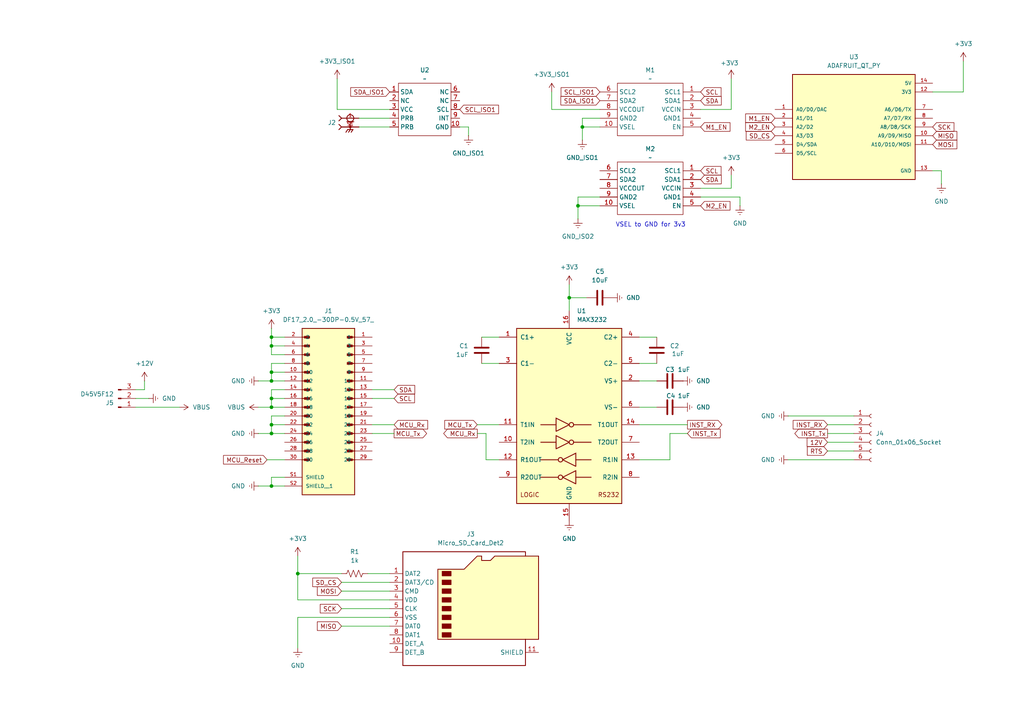
<source format=kicad_sch>
(kicad_sch (version 20250114) (generator "eeschema") (generator_version "9.0")
  (paper "A4")
  (lib_symbols
    (symbol "ADAFRUIT_QT_PY:ADAFRUIT_QT_PY" (pin_names (offset 1.016))
      (property "Reference" "U" (at -17.78 16.002 0))
      (property "Value" "ADAFRUIT_QT_PY" (at -17.78 -17.78 0))
      (symbol "ADAFRUIT_QT_PY_0_0"
        (rectangle (start -17.78 -15.24) (end 17.78 15.24) (stroke (width 0.254)) (fill (type background)))
        (pin bidirectional line (at -22.86 5.08 0) (length 5.08) (name "A0/D0/DAC") (number "1"))
        (pin bidirectional line (at -22.86 2.54 0) (length 5.08) (name "A1/D1") (number "2"))
        (pin bidirectional line (at -22.86 0 0) (length 5.08) (name "A2/D2") (number "3"))
        (pin bidirectional line (at -22.86 -2.54 0) (length 5.08) (name "A3/D3") (number "4"))
        (pin bidirectional line (at -22.86 -5.08 0) (length 5.08) (name "D4/SDA") (number "5"))
        (pin bidirectional line (at -22.86 -7.62 0) (length 5.08) (name "D5/SCL") (number "6"))
        (pin power_in line (at 22.86 12.7 180) (length 5.08) (name "5V") (number "14"))
        (pin power_in line (at 22.86 10.16 180) (length 5.08) (name "3V3") (number "12"))
        (pin bidirectional line (at 22.86 5.08 180) (length 5.08) (name "A6/D6/TX") (number "7"))
        (pin bidirectional line (at 22.86 2.54 180) (length 5.08) (name "A7/D7/RX") (number "8"))
        (pin bidirectional line (at 22.86 0 180) (length 5.08) (name "A8/D8/SCK") (number "9"))
        (pin bidirectional line (at 22.86 -2.54 180) (length 5.08) (name "A9/D9/MISO") (number "10"))
        (pin bidirectional line (at 22.86 -5.08 180) (length 5.08) (name "A10/D10/MOSI") (number "11"))
        (pin power_in line (at 22.86 -12.7 180) (length 5.08) (name "GND") (number "13"))
      )
    )
    (symbol "ATLAS:conductivity_OEM"
      (property "Reference" "U" (at -6.858 10.668 0))
      (symbol "conductivity_OEM_0_1"
        (rectangle (start -7.62 7.62) (end 7.62 -7.62))
      )
      (symbol "conductivity_OEM_1_1"
        (pin input line (at -10.16 5.08 0) (length 2.54) (name "SDA") (number "1"))
        (pin input line (at -10.16 2.54 0) (length 2.54) (name "NC") (number "2"))
        (pin input line (at -10.16 0 0) (length 2.54) (name "VCC") (number "3"))
        (pin input line (at -10.16 -2.54 0) (length 2.54) (name "PRB") (number "4"))
        (pin input line (at -10.16 -5.08 0) (length 2.54) (name "PRB") (number "5"))
        (pin input line (at 10.16 5.08 180) (length 2.54) (name "NC") (number "6"))
        (pin input line (at 10.16 2.54 180) (length 2.54) (name "NC") (number "7"))
        (pin input line (at 10.16 0 180) (length 2.54) (name "SCL") (number "8"))
        (pin input line (at 10.16 -2.54 180) (length 2.54) (name "INT") (number "9"))
        (pin input line (at 10.16 -5.08 180) (length 2.54) (name "GND") (number "10"))
      )
    )
    (symbol "Connector:Conn_01x03_Pin" (pin_names (offset 1.016) (hide yes))
      (property "Reference" "J" (at 0 5.08 0))
      (property "Value" "Conn_01x03_Pin" (at 0 -5.08 0))
      (symbol "Conn_01x03_Pin_1_1"
        (rectangle (start 0.8636 2.667) (end 0 2.413) (stroke (width 0.1524)) (fill (type outline)))
        (rectangle (start 0.8636 0.127) (end 0 -0.127) (stroke (width 0.1524)) (fill (type outline)))
        (rectangle (start 0.8636 -2.413) (end 0 -2.667) (stroke (width 0.1524)) (fill (type outline)))
        (polyline (pts (xy 1.27 2.54) (xy 0.8636 2.54)) (stroke (width 0.1524)))
        (polyline (pts (xy 1.27 0) (xy 0.8636 0)) (stroke (width 0.1524)))
        (polyline (pts (xy 1.27 -2.54) (xy 0.8636 -2.54)) (stroke (width 0.1524)))
        (pin passive line (at 5.08 2.54 180) (length 3.81) (name "Pin_1") (number "1"))
        (pin passive line (at 5.08 0 180) (length 3.81) (name "Pin_2") (number "2"))
        (pin passive line (at 5.08 -2.54 180) (length 3.81) (name "Pin_3") (number "3"))
      )
    )
    (symbol "Connector:Conn_01x06_Socket" (pin_names (offset 1.016) (hide yes))
      (property "Reference" "J" (at 0 7.62 0))
      (property "Value" "Conn_01x06_Socket" (at 0 -10.16 0))
      (symbol "Conn_01x06_Socket_1_1"
        (polyline (pts (xy -1.27 5.08) (xy -0.508 5.08)) (stroke (width 0.1524)))
        (polyline (pts (xy -1.27 2.54) (xy -0.508 2.54)) (stroke (width 0.1524)))
        (polyline (pts (xy -1.27 0) (xy -0.508 0)) (stroke (width 0.1524)))
        (polyline (pts (xy -1.27 -2.54) (xy -0.508 -2.54)) (stroke (width 0.1524)))
        (polyline (pts (xy -1.27 -5.08) (xy -0.508 -5.08)) (stroke (width 0.1524)))
        (polyline (pts (xy -1.27 -7.62) (xy -0.508 -7.62)) (stroke (width 0.1524)))
        (arc (start 0 4.572) (mid -0.5058 5.08) (end 0 5.588) (stroke (width 0.1524)))
        (arc (start 0 2.032) (mid -0.5058 2.54) (end 0 3.048) (stroke (width 0.1524)))
        (arc (start 0 -0.508) (mid -0.5058 0) (end 0 0.508) (stroke (width 0.1524)))
        (arc (start 0 -3.048) (mid -0.5058 -2.54) (end 0 -2.032) (stroke (width 0.1524)))
        (arc (start 0 -5.588) (mid -0.5058 -5.08) (end 0 -4.572) (stroke (width 0.1524)))
        (arc (start 0 -8.128) (mid -0.5058 -7.62) (end 0 -7.112) (stroke (width 0.1524)))
        (pin passive line (at -5.08 5.08 0) (length 3.81) (name "Pin_1") (number "1"))
        (pin passive line (at -5.08 2.54 0) (length 3.81) (name "Pin_2") (number "2"))
        (pin passive line (at -5.08 0 0) (length 3.81) (name "Pin_3") (number "3"))
        (pin passive line (at -5.08 -2.54 0) (length 3.81) (name "Pin_4") (number "4"))
        (pin passive line (at -5.08 -5.08 0) (length 3.81) (name "Pin_5") (number "5"))
        (pin passive line (at -5.08 -7.62 0) (length 3.81) (name "Pin_6") (number "6"))
      )
    )
    (symbol "Connector:Micro_SD_Card_Det2"
      (property "Reference" "J" (at -16.51 17.78 0))
      (property "Value" "Micro_SD_Card_Det2" (at 16.51 17.78 0))
      (symbol "Micro_SD_Card_Det2_0_1"
        (polyline (pts (xy -8.89 -8.89) (xy -8.89 11.43) (xy -1.27 11.43) (xy 2.54 15.24) (xy 3.81 15.24) (xy 3.81 13.97) (xy 6.35 13.97) (xy 7.62 15.24) (xy 20.32 15.24) (xy 20.32 -8.89) (xy -8.89 -8.89)) (stroke (width 0.254)) (fill (type background)))
        (rectangle (start -7.62 10.795) (end -5.08 9.525) (stroke (width 0.254)) (fill (type outline)))
        (rectangle (start -7.62 8.255) (end -5.08 6.985) (stroke (width 0.254)) (fill (type outline)))
        (rectangle (start -7.62 5.715) (end -5.08 4.445) (stroke (width 0.254)) (fill (type outline)))
        (rectangle (start -7.62 3.175) (end -5.08 1.905) (stroke (width 0.254)) (fill (type outline)))
        (rectangle (start -7.62 0.635) (end -5.08 -0.635) (stroke (width 0.254)) (fill (type outline)))
        (rectangle (start -7.62 -1.905) (end -5.08 -3.175) (stroke (width 0.254)) (fill (type outline)))
        (rectangle (start -7.62 -4.445) (end -5.08 -5.715) (stroke (width 0.254)) (fill (type outline)))
        (rectangle (start -7.62 -6.985) (end -5.08 -8.255) (stroke (width 0.254)) (fill (type outline)))
        (polyline (pts (xy 16.51 15.24) (xy 16.51 16.51) (xy -19.05 16.51) (xy -19.05 -16.51) (xy 16.51 -16.51) (xy 16.51 -8.89)) (stroke (width 0.254)))
      )
      (symbol "Micro_SD_Card_Det2_1_1"
        (pin bidirectional line (at -22.86 10.16 0) (length 3.81) (name "DAT2") (number "1"))
        (pin bidirectional line (at -22.86 7.62 0) (length 3.81) (name "DAT3/CD") (number "2"))
        (pin input line (at -22.86 5.08 0) (length 3.81) (name "CMD") (number "3"))
        (pin power_in line (at -22.86 2.54 0) (length 3.81) (name "VDD") (number "4"))
        (pin input line (at -22.86 0 0) (length 3.81) (name "CLK") (number "5"))
        (pin power_in line (at -22.86 -2.54 0) (length 3.81) (name "VSS") (number "6"))
        (pin bidirectional line (at -22.86 -5.08 0) (length 3.81) (name "DAT0") (number "7"))
        (pin bidirectional line (at -22.86 -7.62 0) (length 3.81) (name "DAT1") (number "8"))
        (pin passive line (at -22.86 -10.16 0) (length 3.81) (name "DET_A") (number "10"))
        (pin passive line (at -22.86 -12.7 0) (length 3.81) (name "DET_B") (number "9"))
        (pin passive line (at 20.32 -12.7 180) (length 3.81) (name "SHIELD") (number "11"))
      )
    )
    (symbol "DF17_2.0_-30DP-0.5V_57_:DF17_2.0_-30DP-0.5V_57_" (pin_names (offset 1.016))
      (property "Reference" "J" (at -8.12 20.32 0))
      (property "Value" "DF17_2.0_-30DP-0.5V_57_" (at -7.62 -30.48 0))
      (symbol "DF17_2.0_-30DP-0.5V_57__0_0"
        (polyline (pts (xy -7.62 17.78) (xy -5.715 17.78)) (stroke (width 0.254)))
        (polyline (pts (xy -7.62 15.24) (xy -5.715 15.24)) (stroke (width 0.254)))
        (polyline (pts (xy -7.62 12.7) (xy -5.715 12.7)) (stroke (width 0.254)))
        (polyline (pts (xy -7.62 10.16) (xy -5.715 10.16)) (stroke (width 0.254)))
        (polyline (pts (xy -7.62 7.62) (xy -5.715 7.62)) (stroke (width 0.254)))
        (polyline (pts (xy -7.62 5.08) (xy -5.715 5.08)) (stroke (width 0.254)))
        (polyline (pts (xy -7.62 2.54) (xy -5.715 2.54)) (stroke (width 0.254)))
        (polyline (pts (xy -7.62 0) (xy -5.715 0)) (stroke (width 0.254)))
        (polyline (pts (xy -7.62 -2.54) (xy -5.715 -2.54)) (stroke (width 0.254)))
        (polyline (pts (xy -7.62 -5.08) (xy -5.715 -5.08)) (stroke (width 0.254)))
        (polyline (pts (xy -7.62 -7.62) (xy -5.715 -7.62)) (stroke (width 0.254)))
        (polyline (pts (xy -7.62 -10.16) (xy -5.715 -10.16)) (stroke (width 0.254)))
        (polyline (pts (xy -7.62 -12.7) (xy -5.715 -12.7)) (stroke (width 0.254)))
        (polyline (pts (xy -7.62 -15.24) (xy -5.715 -15.24)) (stroke (width 0.254)))
        (polyline (pts (xy -7.62 -17.78) (xy -5.715 -17.78)) (stroke (width 0.254)))
        (rectangle (start -7.62 -27.94) (end 7.62 20.32) (stroke (width 0.254)) (fill (type background)))
        (rectangle (start -6.985 17.4625) (end -5.3975 18.0975) (stroke (width 0.1)) (fill (type outline)))
        (rectangle (start -6.985 14.9225) (end -5.3975 15.5575) (stroke (width 0.1)) (fill (type outline)))
        (rectangle (start -6.985 12.3825) (end -5.3975 13.0175) (stroke (width 0.1)) (fill (type outline)))
        (rectangle (start -6.985 9.8425) (end -5.3975 10.4775) (stroke (width 0.1)) (fill (type outline)))
        (rectangle (start -6.985 7.3025) (end -5.3975 7.9375) (stroke (width 0.1)) (fill (type outline)))
        (rectangle (start -6.985 4.7625) (end -5.3975 5.3975) (stroke (width 0.1)) (fill (type outline)))
        (rectangle (start -6.985 2.2225) (end -5.3975 2.8575) (stroke (width 0.1)) (fill (type outline)))
        (rectangle (start -6.985 -0.3175) (end -5.3975 0.3175) (stroke (width 0.1)) (fill (type outline)))
        (rectangle (start -6.985 -2.8575) (end -5.3975 -2.2225) (stroke (width 0.1)) (fill (type outline)))
        (rectangle (start -6.985 -5.3975) (end -5.3975 -4.7625) (stroke (width 0.1)) (fill (type outline)))
        (rectangle (start -6.985 -7.9375) (end -5.3975 -7.3025) (stroke (width 0.1)) (fill (type outline)))
        (rectangle (start -6.985 -10.4775) (end -5.3975 -9.8425) (stroke (width 0.1)) (fill (type outline)))
        (rectangle (start -6.985 -13.0175) (end -5.3975 -12.3825) (stroke (width 0.1)) (fill (type outline)))
        (rectangle (start -6.985 -15.5575) (end -5.3975 -14.9225) (stroke (width 0.1)) (fill (type outline)))
        (rectangle (start -6.985 -18.0975) (end -5.3975 -17.4625) (stroke (width 0.1)) (fill (type outline)))
        (rectangle (start 6.985 17.4625) (end 5.3975 18.0975) (stroke (width 0.1)) (fill (type outline)))
        (rectangle (start 6.985 14.9225) (end 5.3975 15.5575) (stroke (width 0.1)) (fill (type outline)))
        (rectangle (start 6.985 12.3825) (end 5.3975 13.0175) (stroke (width 0.1)) (fill (type outline)))
        (rectangle (start 6.985 9.8425) (end 5.3975 10.4775) (stroke (width 0.1)) (fill (type outline)))
        (rectangle (start 6.985 7.3025) (end 5.3975 7.9375) (stroke (width 0.1)) (fill (type outline)))
        (rectangle (start 6.985 4.7625) (end 5.3975 5.3975) (stroke (width 0.1)) (fill (type outline)))
        (rectangle (start 6.985 2.2225) (end 5.3975 2.8575) (stroke (width 0.1)) (fill (type outline)))
        (rectangle (start 6.985 -0.3175) (end 5.3975 0.3175) (stroke (width 0.1)) (fill (type outline)))
        (rectangle (start 6.985 -2.8575) (end 5.3975 -2.2225) (stroke (width 0.1)) (fill (type outline)))
        (rectangle (start 6.985 -5.3975) (end 5.3975 -4.7625) (stroke (width 0.1)) (fill (type outline)))
        (rectangle (start 6.985 -7.9375) (end 5.3975 -7.3025) (stroke (width 0.1)) (fill (type outline)))
        (rectangle (start 6.985 -10.4775) (end 5.3975 -9.8425) (stroke (width 0.1)) (fill (type outline)))
        (rectangle (start 6.985 -13.0175) (end 5.3975 -12.3825) (stroke (width 0.1)) (fill (type outline)))
        (rectangle (start 6.985 -15.5575) (end 5.3975 -14.9225) (stroke (width 0.1)) (fill (type outline)))
        (rectangle (start 6.985 -18.0975) (end 5.3975 -17.4625) (stroke (width 0.1)) (fill (type outline)))
        (polyline (pts (xy 7.62 17.78) (xy 5.715 17.78)) (stroke (width 0.254)))
        (polyline (pts (xy 7.62 15.24) (xy 5.715 15.24)) (stroke (width 0.254)))
        (polyline (pts (xy 7.62 12.7) (xy 5.715 12.7)) (stroke (width 0.254)))
        (polyline (pts (xy 7.62 10.16) (xy 5.715 10.16)) (stroke (width 0.254)))
        (polyline (pts (xy 7.62 7.62) (xy 5.715 7.62)) (stroke (width 0.254)))
        (polyline (pts (xy 7.62 5.08) (xy 5.715 5.08)) (stroke (width 0.254)))
        (polyline (pts (xy 7.62 2.54) (xy 5.715 2.54)) (stroke (width 0.254)))
        (polyline (pts (xy 7.62 0) (xy 5.715 0)) (stroke (width 0.254)))
        (polyline (pts (xy 7.62 -2.54) (xy 5.715 -2.54)) (stroke (width 0.254)))
        (polyline (pts (xy 7.62 -5.08) (xy 5.715 -5.08)) (stroke (width 0.254)))
        (polyline (pts (xy 7.62 -7.62) (xy 5.715 -7.62)) (stroke (width 0.254)))
        (polyline (pts (xy 7.62 -10.16) (xy 5.715 -10.16)) (stroke (width 0.254)))
        (polyline (pts (xy 7.62 -12.7) (xy 5.715 -12.7)) (stroke (width 0.254)))
        (polyline (pts (xy 7.62 -15.24) (xy 5.715 -15.24)) (stroke (width 0.254)))
        (polyline (pts (xy 7.62 -17.78) (xy 5.715 -17.78)) (stroke (width 0.254)))
        (pin passive line (at -12.7 17.78 0) (length 5.08) (name "1") (number "1"))
        (pin passive line (at -12.7 15.24 0) (length 5.08) (name "3") (number "3"))
        (pin passive line (at -12.7 12.7 0) (length 5.08) (name "5") (number "5"))
        (pin passive line (at -12.7 10.16 0) (length 5.08) (name "7") (number "7"))
        (pin passive line (at -12.7 7.62 0) (length 5.08) (name "9") (number "9"))
        (pin passive line (at -12.7 5.08 0) (length 5.08) (name "11") (number "11"))
        (pin passive line (at -12.7 2.54 0) (length 5.08) (name "13") (number "13"))
        (pin passive line (at -12.7 0 0) (length 5.08) (name "15") (number "15"))
        (pin passive line (at -12.7 -2.54 0) (length 5.08) (name "17") (number "17"))
        (pin passive line (at -12.7 -5.08 0) (length 5.08) (name "19") (number "19"))
        (pin passive line (at -12.7 -7.62 0) (length 5.08) (name "21") (number "21"))
        (pin passive line (at -12.7 -10.16 0) (length 5.08) (name "23") (number "23"))
        (pin passive line (at -12.7 -12.7 0) (length 5.08) (name "25") (number "25"))
        (pin passive line (at -12.7 -15.24 0) (length 5.08) (name "27") (number "27"))
        (pin passive line (at -12.7 -17.78 0) (length 5.08) (name "29") (number "29"))
        (pin passive line (at 12.7 17.78 180) (length 5.08) (name "2") (number "2"))
        (pin passive line (at 12.7 15.24 180) (length 5.08) (name "4") (number "4"))
        (pin passive line (at 12.7 12.7 180) (length 5.08) (name "6") (number "6"))
        (pin passive line (at 12.7 10.16 180) (length 5.08) (name "8") (number "8"))
        (pin passive line (at 12.7 7.62 180) (length 5.08) (name "10") (number "10"))
        (pin passive line (at 12.7 5.08 180) (length 5.08) (name "12") (number "12"))
        (pin passive line (at 12.7 2.54 180) (length 5.08) (name "14") (number "14"))
        (pin passive line (at 12.7 0 180) (length 5.08) (name "16") (number "16"))
        (pin passive line (at 12.7 -2.54 180) (length 5.08) (name "18") (number "18"))
        (pin passive line (at 12.7 -5.08 180) (length 5.08) (name "20") (number "20"))
        (pin passive line (at 12.7 -7.62 180) (length 5.08) (name "22") (number "22"))
        (pin passive line (at 12.7 -10.16 180) (length 5.08) (name "24") (number "24"))
        (pin passive line (at 12.7 -12.7 180) (length 5.08) (name "26") (number "26"))
        (pin passive line (at 12.7 -15.24 180) (length 5.08) (name "28") (number "28"))
        (pin passive line (at 12.7 -17.78 180) (length 5.08) (name "30") (number "30"))
        (pin passive line (at 12.7 -22.86 180) (length 5.08) (name "SHIELD") (number "S1"))
        (pin passive line (at 12.7 -25.4 180) (length 5.08) (name "SHIELD__1") (number "S2"))
      )
    )
    (symbol "Device:C" (pin_numbers (hide yes)) (pin_names (offset 0.254))
      (property "Reference" "C" (at 0.635 2.54 0))
      (property "Value" "C" (at 0.635 -2.54 0))
      (symbol "C_0_1"
        (polyline (pts (xy -2.032 0.762) (xy 2.032 0.762)) (stroke (width 0.508)))
        (polyline (pts (xy -2.032 -0.762) (xy 2.032 -0.762)) (stroke (width 0.508)))
      )
      (symbol "C_1_1"
        (pin passive line (at 0 3.81 270) (length 2.794) (name "~") (number "1"))
        (pin passive line (at 0 -3.81 90) (length 2.794) (name "~") (number "2"))
      )
    )
    (symbol "Device:R_US" (pin_numbers (hide yes)) (pin_names (offset 0))
      (property "Reference" "R" (at 2.54 0 90))
      (property "Value" "R_US" (at -2.54 0 90))
      (symbol "R_US_0_1"
        (polyline (pts (xy 0 2.286) (xy 0 2.54)))
        (polyline (pts (xy 0 2.286) (xy 1.016 1.905) (xy 0 1.524) (xy -1.016 1.143) (xy 0 0.762)))
        (polyline (pts (xy 0 0.762) (xy 1.016 0.381) (xy 0 0) (xy -1.016 -0.381) (xy 0 -0.762)))
        (polyline (pts (xy 0 -0.762) (xy 1.016 -1.143) (xy 0 -1.524) (xy -1.016 -1.905) (xy 0 -2.286)))
        (polyline (pts (xy 0 -2.286) (xy 0 -2.54)))
      )
      (symbol "R_US_1_1"
        (pin passive line (at 0 3.81 270) (length 1.27) (name "~") (number "1"))
        (pin passive line (at 0 -3.81 90) (length 1.27) (name "~") (number "2"))
      )
    )
    (symbol "Interface_UART:MAX3232" (pin_names (offset 1.016))
      (property "Reference" "U" (at -2.54 28.575 0))
      (property "Value" "MAX3232" (at -2.54 26.67 0))
      (symbol "MAX3232_0_0"
        (text "LOGIC" (at -11.43 -22.86 0) (effects (font (size 1.27 1.27))))
        (text "RS232" (at 11.43 -22.86 0) (effects (font (size 1.27 1.27))))
      )
      (symbol "MAX3232_0_1"
        (rectangle (start -15.24 -25.4) (end 15.24 25.4) (stroke (width 0.254)) (fill (type background)))
        (polyline (pts (xy -3.81 -0.635) (xy -3.81 -4.445) (xy 0 -2.54) (xy -3.81 -0.635)) (stroke (width 0.254)))
        (polyline (pts (xy -3.81 -2.54) (xy -8.255 -2.54)) (stroke (width 0.254)))
        (polyline (pts (xy -3.81 -5.715) (xy -3.81 -9.525) (xy 0 -7.62) (xy -3.81 -5.715)) (stroke (width 0.254)))
        (polyline (pts (xy -3.81 -7.62) (xy -8.255 -7.62)) (stroke (width 0.254)))
        (polyline (pts (xy -3.175 -12.7) (xy -8.255 -12.7)) (stroke (width 0.254)))
        (polyline (pts (xy -3.175 -17.78) (xy -8.255 -17.78)) (stroke (width 0.254)))
        (circle (center -2.54 -12.7) (radius 0.635) (stroke (width 0.254)))
        (circle (center -2.54 -17.78) (radius 0.635) (stroke (width 0.254)))
        (circle (center 0.635 -2.54) (radius 0.635) (stroke (width 0.254)))
        (circle (center 0.635 -7.62) (radius 0.635) (stroke (width 0.254)))
        (polyline (pts (xy 1.27 -2.54) (xy 6.35 -2.54)) (stroke (width 0.254)))
        (polyline (pts (xy 1.27 -7.62) (xy 6.35 -7.62)) (stroke (width 0.254)))
        (polyline (pts (xy 1.905 -10.795) (xy 1.905 -14.605) (xy -1.905 -12.7) (xy 1.905 -10.795)) (stroke (width 0.254)))
        (polyline (pts (xy 1.905 -12.7) (xy 6.35 -12.7)) (stroke (width 0.254)))
        (polyline (pts (xy 1.905 -15.875) (xy 1.905 -19.685) (xy -1.905 -17.78) (xy 1.905 -15.875)) (stroke (width 0.254)))
        (polyline (pts (xy 1.905 -17.78) (xy 6.35 -17.78)) (stroke (width 0.254)))
      )
      (symbol "MAX3232_1_1"
        (pin passive line (at -20.32 22.86 0) (length 5.08) (name "C1+") (number "1"))
        (pin passive line (at -20.32 15.24 0) (length 5.08) (name "C1-") (number "3"))
        (pin input line (at -20.32 -2.54 0) (length 5.08) (name "T1IN") (number "11"))
        (pin input line (at -20.32 -7.62 0) (length 5.08) (name "T2IN") (number "10"))
        (pin output line (at -20.32 -12.7 0) (length 5.08) (name "R1OUT") (number "12"))
        (pin output line (at -20.32 -17.78 0) (length 5.08) (name "R2OUT") (number "9"))
        (pin power_in line (at 0 30.48 270) (length 5.08) (name "VCC") (number "16"))
        (pin power_in line (at 0 -30.48 90) (length 5.08) (name "GND") (number "15"))
        (pin passive line (at 20.32 22.86 180) (length 5.08) (name "C2+") (number "4"))
        (pin passive line (at 20.32 15.24 180) (length 5.08) (name "C2-") (number "5"))
        (pin power_out line (at 20.32 10.16 180) (length 5.08) (name "VS+") (number "2"))
        (pin power_out line (at 20.32 2.54 180) (length 5.08) (name "VS-") (number "6"))
        (pin output line (at 20.32 -2.54 180) (length 5.08) (name "T1OUT") (number "14"))
        (pin output line (at 20.32 -7.62 180) (length 5.08) (name "T2OUT") (number "7"))
        (pin input line (at 20.32 -12.7 180) (length 5.08) (name "R1IN") (number "13"))
        (pin input line (at 20.32 -17.78 180) (length 5.08) (name "R2IN") (number "8"))
      )
    )
    (symbol "power:+3V3" (power) (pin_numbers (hide yes)) (pin_names (offset 0) (hide yes))
      (property "Value" "+3V3" (at 0 3.556 0))
      (symbol "+3V3_0_1"
        (polyline (pts (xy -0.762 1.27) (xy 0 2.54)))
        (polyline (pts (xy 0 2.54) (xy 0.762 1.27)))
        (polyline (pts (xy 0 0) (xy 0 2.54)))
      )
      (symbol "+3V3_1_1"
        (pin power_in line (at 0 0 90) (length 0) (name "~") (number "1"))
      )
    )
    (symbol "power:Earth" (power) (pin_numbers (hide yes)) (pin_names (offset 0) (hide yes))
      (property "Value" "Earth" (at 0 -3.81 0))
      (symbol "Earth_0_1"
        (polyline (pts (xy -0.635 -1.905) (xy 0.635 -1.905)))
        (polyline (pts (xy -0.127 -2.54) (xy 0.127 -2.54)))
        (polyline (pts (xy 0 -1.27) (xy 0 0)))
        (polyline (pts (xy 1.27 -1.27) (xy -1.27 -1.27)))
      )
      (symbol "Earth_1_1"
        (pin power_in line (at 0 0 270) (length 0) (name "~") (number "1"))
      )
    )
    (symbol "power:VBUS" (power) (pin_numbers (hide yes)) (pin_names (offset 0) (hide yes))
      (property "Value" "VBUS" (at 0 3.556 0))
      (symbol "VBUS_0_1"
        (polyline (pts (xy -0.762 1.27) (xy 0 2.54)))
        (polyline (pts (xy 0 2.54) (xy 0.762 1.27)))
        (polyline (pts (xy 0 0) (xy 0 2.54)))
      )
      (symbol "VBUS_1_1"
        (pin power_in line (at 0 0 90) (length 0) (name "~") (number "1"))
      )
    )
    (symbol "qwiic:Pololu_Qwiic_Iso"
      (property "Reference" "M" (at 0 10.414 0))
      (symbol "Pololu_Qwiic_Iso_0_1"
        (rectangle (start -10.16 7.62) (end 8.89 -7.62))
      )
      (symbol "Pololu_Qwiic_Iso_1_1"
        (pin input line (at -15.24 5.08 0) (length 5.08) (name "SCL1") (number "1"))
        (pin input line (at -15.24 2.54 0) (length 5.08) (name "SDA1") (number "2"))
        (pin input line (at -15.24 0 0) (length 5.08) (name "VCCIN") (number "3"))
        (pin input line (at -15.24 -2.54 0) (length 5.08) (name "GND1") (number "4"))
        (pin input line (at -15.24 -5.08 0) (length 5.08) (name "EN") (number "5"))
        (pin input line (at 13.97 5.08 180) (length 5.08) (name "SCL2") (number "6"))
        (pin input line (at 13.97 2.54 180) (length 5.08) (name "SDA2") (number "7"))
        (pin input line (at 13.97 0 180) (length 5.08) (name "VCCOUT") (number "8"))
        (pin input line (at 13.97 -2.54 180) (length 5.08) (name "GND2") (number "9"))
        (pin input line (at 13.97 -5.08 180) (length 5.08) (name "VSEL") (number "10"))
      )
    )
    (symbol "sma_smd:73251-1350" (pin_names (offset 1.016))
      (property "Reference" "J" (at -3.81 4.064 0))
      (property "Value" "73251-1350" (at -4.064 -4.318 0))
      (symbol "73251-1350_0_0"
        (polyline (pts (xy -3.302 3.302) (xy -2.54 2.54)) (stroke (width 0.254)))
        (polyline (pts (xy -3.302 1.778) (xy -2.54 2.54)) (stroke (width 0.254)))
        (polyline (pts (xy -3.302 0.762) (xy -2.54 0)) (stroke (width 0.254)))
        (polyline (pts (xy -3.302 -0.762) (xy -2.54 0)) (stroke (width 0.254)))
        (polyline (pts (xy -2.54 2.54) (xy 2.54 2.54)) (stroke (width 0.254)))
        (polyline (pts (xy -2.54 0) (xy 0 0)) (stroke (width 0.254)))
        (polyline (pts (xy -1.016 1.524) (xy 0 1.524)) (stroke (width 0.254)))
        (polyline (pts (xy -0.762 -0.762) (xy -1.27 -1.524)) (stroke (width 0.254)))
        (circle (center 0 2.54) (radius 1.016) (stroke (width 0.254)))
        (polyline (pts (xy 0 1.524) (xy 0 0)) (stroke (width 0.254)))
        (polyline (pts (xy 0 1.524) (xy 1.016 1.524)) (stroke (width 0.254)))
        (polyline (pts (xy 0 0) (xy -2.286 0)) (stroke (width 0.254)))
        (polyline (pts (xy 0 0) (xy 0 -0.762)) (stroke (width 0.254)))
        (circle (center 0 0) (radius 0.254) (stroke (width 0.254)))
        (polyline (pts (xy 0 -0.762) (xy -0.762 -0.762)) (stroke (width 0.254)))
        (polyline (pts (xy 0 -0.762) (xy -0.508 -1.524)) (stroke (width 0.254)))
        (polyline (pts (xy 0 -0.762) (xy 0.762 -0.762)) (stroke (width 0.254)))
        (polyline (pts (xy 0.762 -0.762) (xy 0.254 -1.524)) (stroke (width 0.254)))
        (polyline (pts (xy 2.54 0) (xy 0 0)) (stroke (width 0.254)))
        (pin passive line (at 2.54 2.54 180) (length 5.08) (name "~") (number "1"))
        (pin passive line (at 2.54 0 180) (length 5.08) (name "~") (number "S1"))
      )
    )
  )
  (text "VSEL to GND for 3v3" (at 188.722 65.278 0) (effects (font (size 1.27 1.27))))
  (junction (at 78.74 115.57))
  (junction (at 78.74 118.11))
  (junction (at 86.36 166.37))
  (junction (at 78.74 125.73))
  (junction (at 78.74 110.49))
  (junction (at 78.74 140.97))
  (junction (at 165.1 86.36))
  (junction (at 78.74 123.19))
  (junction (at 78.74 97.79))
  (junction (at 78.74 107.95))
  (junction (at 167.64 59.69))
  (junction (at 78.74 100.33))
  (junction (at 168.91 36.83))
  (wire (pts (xy 114.3 123.19) (xy 107.95 123.19)))
  (wire (pts (xy 140.97 125.73) (xy 140.97 133.35)))
  (wire (pts (xy 203.2 57.15) (xy 214.63 57.15)))
  (wire (pts (xy 113.03 179.07) (xy 86.36 179.07)))
  (wire (pts (xy 168.91 36.83) (xy 168.91 40.64)))
  (wire (pts (xy 212.09 54.61) (xy 212.09 50.8)))
  (wire (pts (xy 82.55 125.73) (xy 78.74 125.73)))
  (wire (pts (xy 39.37 113.03) (xy 41.91 113.03)))
  (wire (pts (xy 270.51 26.67) (xy 279.4 26.67)))
  (wire (pts (xy 114.3 125.73) (xy 107.95 125.73)))
  (wire (pts (xy 185.42 97.79) (xy 190.5 97.79)))
  (wire (pts (xy 82.55 140.97) (xy 78.74 140.97)))
  (wire (pts (xy 113.03 173.99) (xy 86.36 173.99)))
  (wire (pts (xy 78.74 125.73) (xy 74.93 125.73)))
  (wire (pts (xy 185.42 118.11) (xy 190.5 118.11)))
  (wire (pts (xy 138.43 123.19) (xy 144.78 123.19)))
  (wire (pts (xy 104.14 34.29) (xy 113.03 34.29)))
  (wire (pts (xy 247.65 130.81) (xy 240.03 130.81)))
  (wire (pts (xy 82.55 133.35) (xy 77.47 133.35)))
  (wire (pts (xy 82.55 120.65) (xy 78.74 120.65)))
  (wire (pts (xy 165.1 90.17) (xy 165.1 86.36)))
  (wire (pts (xy 194.31 133.35) (xy 185.42 133.35)))
  (wire (pts (xy 228.6 133.35) (xy 247.65 133.35)))
  (wire (pts (xy 247.65 123.19) (xy 240.03 123.19)))
  (wire (pts (xy 247.65 128.27) (xy 240.03 128.27)))
  (wire (pts (xy 82.55 102.87) (xy 78.74 102.87)))
  (wire (pts (xy 194.31 125.73) (xy 194.31 133.35)))
  (wire (pts (xy 106.68 166.37) (xy 113.03 166.37)))
  (wire (pts (xy 104.14 36.83) (xy 113.03 36.83)))
  (wire (pts (xy 173.99 34.29) (xy 168.91 34.29)))
  (wire (pts (xy 86.36 179.07) (xy 86.36 187.96)))
  (wire (pts (xy 78.74 123.19) (xy 78.74 125.73)))
  (wire (pts (xy 39.37 118.11) (xy 52.07 118.11)))
  (wire (pts (xy 99.06 171.45) (xy 113.03 171.45)))
  (wire (pts (xy 97.79 31.75) (xy 113.03 31.75)))
  (wire (pts (xy 167.64 59.69) (xy 173.99 59.69)))
  (wire (pts (xy 273.05 49.53) (xy 273.05 53.34)))
  (wire (pts (xy 99.06 168.91) (xy 113.03 168.91)))
  (wire (pts (xy 97.79 31.75) (xy 97.79 22.86)))
  (wire (pts (xy 78.74 110.49) (xy 74.93 110.49)))
  (wire (pts (xy 168.91 34.29) (xy 168.91 36.83)))
  (wire (pts (xy 270.51 49.53) (xy 273.05 49.53)))
  (wire (pts (xy 138.43 125.73) (xy 140.97 125.73)))
  (wire (pts (xy 114.3 113.03) (xy 107.95 113.03)))
  (wire (pts (xy 185.42 110.49) (xy 190.5 110.49)))
  (wire (pts (xy 99.06 176.53) (xy 113.03 176.53)))
  (wire (pts (xy 167.64 57.15) (xy 167.64 59.69)))
  (wire (pts (xy 133.35 36.83) (xy 135.89 36.83)))
  (wire (pts (xy 82.55 138.43) (xy 78.74 138.43)))
  (wire (pts (xy 82.55 115.57) (xy 78.74 115.57)))
  (wire (pts (xy 203.2 31.75) (xy 212.09 31.75)))
  (wire (pts (xy 199.39 123.19) (xy 185.42 123.19)))
  (wire (pts (xy 114.3 115.57) (xy 107.95 115.57)))
  (wire (pts (xy 78.74 140.97) (xy 74.93 140.97)))
  (wire (pts (xy 194.31 125.73) (xy 199.39 125.73)))
  (wire (pts (xy 82.55 113.03) (xy 78.74 113.03)))
  (wire (pts (xy 86.36 166.37) (xy 86.36 161.29)))
  (wire (pts (xy 78.74 105.41) (xy 78.74 107.95)))
  (wire (pts (xy 82.55 123.19) (xy 78.74 123.19)))
  (wire (pts (xy 41.91 110.49) (xy 41.91 113.03)))
  (wire (pts (xy 99.06 166.37) (xy 86.36 166.37)))
  (wire (pts (xy 78.74 113.03) (xy 78.74 115.57)))
  (wire (pts (xy 279.4 26.67) (xy 279.4 17.78)))
  (wire (pts (xy 160.02 31.75) (xy 160.02 26.67)))
  (wire (pts (xy 78.74 97.79) (xy 78.74 95.25)))
  (wire (pts (xy 140.97 133.35) (xy 144.78 133.35)))
  (wire (pts (xy 165.1 86.36) (xy 170.18 86.36)))
  (wire (pts (xy 173.99 31.75) (xy 160.02 31.75)))
  (wire (pts (xy 139.7 105.41) (xy 144.78 105.41)))
  (wire (pts (xy 212.09 31.75) (xy 212.09 22.86)))
  (wire (pts (xy 78.74 118.11) (xy 74.93 118.11)))
  (wire (pts (xy 82.55 110.49) (xy 78.74 110.49)))
  (wire (pts (xy 139.7 97.79) (xy 144.78 97.79)))
  (wire (pts (xy 167.64 59.69) (xy 167.64 63.5)))
  (wire (pts (xy 135.89 36.83) (xy 135.89 39.37)))
  (wire (pts (xy 82.55 100.33) (xy 78.74 100.33)))
  (wire (pts (xy 82.55 107.95) (xy 78.74 107.95)))
  (wire (pts (xy 86.36 173.99) (xy 86.36 166.37)))
  (wire (pts (xy 82.55 118.11) (xy 78.74 118.11)))
  (wire (pts (xy 78.74 107.95) (xy 78.74 110.49)))
  (wire (pts (xy 78.74 120.65) (xy 78.74 123.19)))
  (wire (pts (xy 78.74 100.33) (xy 78.74 97.79)))
  (wire (pts (xy 78.74 102.87) (xy 78.74 100.33)))
  (wire (pts (xy 167.64 57.15) (xy 173.99 57.15)))
  (wire (pts (xy 78.74 115.57) (xy 78.74 118.11)))
  (wire (pts (xy 173.99 36.83) (xy 168.91 36.83)))
  (wire (pts (xy 214.63 57.15) (xy 214.63 59.69)))
  (wire (pts (xy 43.18 115.57) (xy 39.37 115.57)))
  (wire (pts (xy 165.1 86.36) (xy 165.1 82.55)))
  (wire (pts (xy 78.74 138.43) (xy 78.74 140.97)))
  (wire (pts (xy 247.65 125.73) (xy 240.03 125.73)))
  (wire (pts (xy 99.06 181.61) (xy 113.03 181.61)))
  (wire (pts (xy 82.55 97.79) (xy 78.74 97.79)))
  (wire (pts (xy 203.2 54.61) (xy 212.09 54.61)))
  (wire (pts (xy 185.42 105.41) (xy 190.5 105.41)))
  (wire (pts (xy 82.55 105.41) (xy 78.74 105.41)))
  (wire (pts (xy 247.65 120.65) (xy 228.6 120.65)))
  (global_label "MOSI" (shape input) (at 270.51 41.91 0) (property "Intersheetrefs" "${INTERSHEET_REFS}" (effects (hide yes))))
  (global_label "SDA" (shape input) (at 203.2 29.21 0) (property "Intersheetrefs" "${INTERSHEET_REFS}" (effects (hide yes))))
  (global_label "MCU_Tx" (shape output) (at 114.3 125.73 0) (property "Intersheetrefs" "${INTERSHEET_REFS}" (effects (hide yes))))
  (global_label "SCK" (shape input) (at 99.06 176.53 180) (property "Intersheetrefs" "${INTERSHEET_REFS}" (effects (hide yes))))
  (global_label "MCU_Tx" (shape input) (at 138.43 123.19 180) (property "Intersheetrefs" "${INTERSHEET_REFS}" (effects (hide yes))))
  (global_label "MCU_Reset" (shape input) (at 77.47 133.35 180) (property "Intersheetrefs" "${INTERSHEET_REFS}" (effects (hide yes))))
  (global_label "INST_Tx" (shape input) (at 199.39 125.73 0) (property "Intersheetrefs" "${INTERSHEET_REFS}" (effects (hide yes))))
  (global_label "SDA" (shape input) (at 203.2 52.07 0) (property "Intersheetrefs" "${INTERSHEET_REFS}" (effects (hide yes))))
  (global_label "MOSI" (shape input) (at 99.06 171.45 180) (property "Intersheetrefs" "${INTERSHEET_REFS}" (effects (hide yes))))
  (global_label "MCU_Rx" (shape output) (at 138.43 125.73 180) (property "Intersheetrefs" "${INTERSHEET_REFS}" (effects (hide yes))))
  (global_label "M2_EN" (shape input) (at 224.79 36.83 180) (property "Intersheetrefs" "${INTERSHEET_REFS}" (effects (hide yes))))
  (global_label "SCL" (shape input) (at 203.2 49.53 0) (property "Intersheetrefs" "${INTERSHEET_REFS}" (effects (hide yes))))
  (global_label "SDA_ISO1" (shape input) (at 113.03 26.67 180) (property "Intersheetrefs" "${INTERSHEET_REFS}" (effects (hide yes))))
  (global_label "MISO" (shape input) (at 99.06 181.61 180) (property "Intersheetrefs" "${INTERSHEET_REFS}" (effects (hide yes))))
  (global_label "M1_EN" (shape input) (at 224.79 34.29 180) (property "Intersheetrefs" "${INTERSHEET_REFS}" (effects (hide yes))))
  (global_label "SCL_ISO1" (shape input) (at 133.35 31.75 0) (property "Intersheetrefs" "${INTERSHEET_REFS}" (effects (hide yes))))
  (global_label "M1_EN" (shape input) (at 203.2 36.83 0) (property "Intersheetrefs" "${INTERSHEET_REFS}" (effects (hide yes))))
  (global_label "SD_CS" (shape input) (at 99.06 168.91 180) (property "Intersheetrefs" "${INTERSHEET_REFS}" (effects (hide yes))))
  (global_label "SDA" (shape input) (at 114.3 113.03 0) (property "Intersheetrefs" "${INTERSHEET_REFS}" (effects (hide yes))))
  (global_label "INST_RX" (shape output) (at 199.39 123.19 0) (property "Intersheetrefs" "${INTERSHEET_REFS}" (effects (hide yes))))
  (global_label "SCK" (shape input) (at 270.51 36.83 0) (property "Intersheetrefs" "${INTERSHEET_REFS}" (effects (hide yes))))
  (global_label "INST_RX" (shape input) (at 240.03 123.19 180) (property "Intersheetrefs" "${INTERSHEET_REFS}" (effects (hide yes))))
  (global_label "SCL" (shape input) (at 203.2 26.67 0) (property "Intersheetrefs" "${INTERSHEET_REFS}" (effects (hide yes))))
  (global_label "RTS" (shape input) (at 240.03 130.81 180) (property "Intersheetrefs" "${INTERSHEET_REFS}" (effects (hide yes))))
  (global_label "SDA_ISO1" (shape input) (at 173.99 29.21 180) (property "Intersheetrefs" "${INTERSHEET_REFS}" (effects (hide yes))))
  (global_label "MCU_Rx" (shape input) (at 114.3 123.19 0) (property "Intersheetrefs" "${INTERSHEET_REFS}" (effects (hide yes))))
  (global_label "SCL" (shape input) (at 114.3 115.57 0) (property "Intersheetrefs" "${INTERSHEET_REFS}" (effects (hide yes))))
  (global_label "INST_Tx" (shape output) (at 240.03 125.73 180) (property "Intersheetrefs" "${INTERSHEET_REFS}" (effects (hide yes))))
  (global_label "MISO" (shape input) (at 270.51 39.37 0) (property "Intersheetrefs" "${INTERSHEET_REFS}" (effects (hide yes))))
  (global_label "SCL_ISO1" (shape input) (at 173.99 26.67 180) (property "Intersheetrefs" "${INTERSHEET_REFS}" (effects (hide yes))))
  (global_label "12V" (shape input) (at 240.03 128.27 180) (property "Intersheetrefs" "${INTERSHEET_REFS}" (effects (hide yes))))
  (global_label "M2_EN" (shape input) (at 203.2 59.69 0) (property "Intersheetrefs" "${INTERSHEET_REFS}" (effects (hide yes))))
  (global_label "SD_CS" (shape input) (at 224.79 39.37 180) (property "Intersheetrefs" "${INTERSHEET_REFS}" (effects (hide yes))))
  (symbol (lib_id "power:Earth") (at 198.12 118.11 90) (unit 1)
    (property "Reference" "#PWR013" (effects (hide yes)))
    (property "Value" "GND" (at 201.93 118.1099 90) (effects (justify right)))
    (property "Description" "Power symbol creates a global label with name \"Earth\"" (effects (hide yes)))
  )
  (symbol (lib_id "power:+3V3") (at 41.91 110.49 0) (mirror y) (unit 1)
    (property "Reference" "#PWR026" (effects (hide yes)))
    (property "Value" "+12V" (at 41.91 105.41 0))
    (property "Description" "Power symbol creates a global label with name \"+3V3\"" (effects (hide yes)))
  )
  (symbol (lib_id "power:Earth") (at 214.63 59.69 0) (unit 1)
    (property "Reference" "#PWR08" (effects (hide yes)))
    (property "Value" "GND" (at 214.63 64.77 0))
    (property "Description" "Power symbol creates a global label with name \"Earth\"" (effects (hide yes)))
  )
  (symbol (lib_id "power:Earth") (at 86.36 187.96 0) (unit 1)
    (property "Reference" "#PWR010" (effects (hide yes)))
    (property "Value" "GND" (at 86.36 193.04 0))
    (property "Description" "Power symbol creates a global label with name \"Earth\"" (effects (hide yes)))
  )
  (symbol (lib_id "power:Earth") (at 177.8 86.36 90) (mirror x) (unit 1)
    (property "Reference" "#PWR015" (effects (hide yes)))
    (property "Value" "GND" (at 181.61 86.3599 90) (effects (justify right)))
    (property "Description" "Power symbol creates a global label with name \"Earth\"" (effects (hide yes)))
  )
  (symbol (lib_id "Connector:Conn_01x03_Pin") (at 34.29 115.57 0) (mirror x) (unit 1)
    (property "Reference" "J5" (at 33.02 116.8401 0) (effects (justify right)))
    (property "Value" "D45V5F12" (at 33.02 114.3001 0) (effects (justify right)))
    (property "Footprint" "Connector_PinHeader_2.54mm:PinHeader_1x03_P2.54mm_Vertical" (effects (hide yes)))
    (property "Description" "Generic connector, single row, 01x03, script generated" (effects (hide yes)))
  )
  (symbol (lib_id "power:Earth") (at 198.12 110.49 90) (unit 1)
    (property "Reference" "#PWR014" (effects (hide yes)))
    (property "Value" "GND" (at 201.93 110.4899 90) (effects (justify right)))
    (property "Description" "Power symbol creates a global label with name \"Earth\"" (effects (hide yes)))
  )
  (symbol (lib_id "power:Earth") (at 168.91 40.64 0) (unit 1)
    (property "Reference" "#PWR05" (effects (hide yes)))
    (property "Value" "GND_ISO1" (at 168.91 45.72 0))
    (property "Description" "Power symbol creates a global label with name \"Earth\"" (effects (hide yes)))
  )
  (symbol (lib_id "power:Earth") (at 167.64 63.5 0) (unit 1)
    (property "Reference" "#PWR04" (effects (hide yes)))
    (property "Value" "GND_ISO2" (at 167.64 68.58 0))
    (property "Description" "Power symbol creates a global label with name \"Earth\"" (effects (hide yes)))
  )
  (symbol (lib_id "power:+3V3") (at 86.36 161.29 0) (unit 1)
    (property "Reference" "#PWR09" (effects (hide yes)))
    (property "Value" "+3V3" (at 86.36 156.21 0))
    (property "Description" "Power symbol creates a global label with name \"+3V3\"" (effects (hide yes)))
  )
  (symbol (lib_id "Interface_UART:MAX3232") (at 165.1 120.65 0) (unit 1)
    (property "Reference" "U1" (at 167.2941 90.17 0) (effects (justify left)))
    (property "Value" "MAX3232" (at 167.2941 92.71 0) (effects (justify left)))
    (property "Footprint" "ADS1219IPWR (1):SOP65P640X120-16N" (effects (hide yes)))
    (property "Datasheet" "https://datasheets.maximintegrated.com/en/ds/MAX3222-MAX3241.pdf" (effects (hide yes)))
    (property "Description" "3.0V to 5.5V, Low-Power, up to 1Mbps, True RS-232 Transceivers Using Four 0.1μF External Capacitors" (effects (hide yes)))
  )
  (symbol (lib_id "Device:C") (at 194.31 118.11 270) (mirror x) (unit 1)
    (property "Reference" "C4" (at 194.564 114.808 90))
    (property "Value" "1uF" (at 198.374 114.808 90))
    (property "Footprint" "Capacitor_SMD:C_0805_2012Metric" (effects (hide yes)))
    (property "Description" "Unpolarized capacitor" (effects (hide yes)))
  )
  (symbol (lib_id "power:+3V3") (at 165.1 82.55 0) (unit 1)
    (property "Reference" "#PWR017" (effects (hide yes)))
    (property "Value" "+3V3" (at 165.1 77.47 0))
    (property "Description" "Power symbol creates a global label with name \"+3V3\"" (effects (hide yes)))
  )
  (symbol (lib_id "Device:R_US") (at 102.87 166.37 90) (unit 1)
    (property "Reference" "R1" (at 102.87 160.02 90))
    (property "Value" "1k" (at 102.87 162.56 90))
    (property "Footprint" "Resistor_SMD:R_0201_0603Metric_Pad0.64x0.40mm_HandSolder" (effects (hide yes)))
    (property "Description" "Resistor, US symbol" (effects (hide yes)))
  )
  (symbol (lib_id "Device:C") (at 190.5 101.6 180) (unit 1)
    (property "Reference" "C2" (at 194.31 100.3299 0) (effects (justify right)))
    (property "Value" "1uF" (at 194.818 102.616 0) (effects (justify right)))
    (property "Footprint" "Capacitor_SMD:C_0805_2012Metric" (effects (hide yes)))
    (property "Description" "Unpolarized capacitor" (effects (hide yes)))
  )
  (symbol (lib_id "power:Earth") (at 273.05 53.34 0) (unit 1)
    (property "Reference" "#PWR011" (effects (hide yes)))
    (property "Value" "GND" (at 273.05 58.42 0))
    (property "Description" "Power symbol creates a global label with name \"Earth\"" (effects (hide yes)))
  )
  (symbol (lib_id "power:Earth") (at 74.93 125.73 270) (unit 1)
    (property "Reference" "#PWR021" (effects (hide yes)))
    (property "Value" "GND" (at 71.12 125.7301 90) (effects (justify right)))
    (property "Description" "Power symbol creates a global label with name \"Earth\"" (effects (hide yes)))
  )
  (symbol (lib_id "Connector:Micro_SD_Card_Det2") (at 135.89 176.53 0) (unit 1)
    (property "Reference" "J3" (at 136.525 154.94 0))
    (property "Value" "Micro_SD_Card_Det2" (at 136.525 157.48 0))
    (property "Footprint" "Connector_Card:microSD_HC_Molex_104031-0811" (effects (hide yes)))
    (property "Datasheet" "https://www.hirose.com/en/product/document?clcode=&productname=&series=DM3&documenttype=Catalog&lang=en&documentid=D49662_en" (effects (hide yes)))
    (property "Description" "Micro SD Card Socket with two card detection pins" (effects (hide yes)))
  )
  (symbol (lib_id "power:Earth") (at 74.93 110.49 270) (unit 1)
    (property "Reference" "#PWR019" (effects (hide yes)))
    (property "Value" "GND" (at 71.12 110.4901 90) (effects (justify right)))
    (property "Description" "Power symbol creates a global label with name \"Earth\"" (effects (hide yes)))
  )
  (symbol (lib_id "DF17_2.0_-30DP-0.5V_57_:DF17_2.0_-30DP-0.5V_57_") (at 95.25 115.57 0) (mirror y) (unit 1)
    (property "Reference" "J1" (at 95.25 90.17 0))
    (property "Value" "DF17_2.0_-30DP-0.5V_57_" (at 95.25 92.71 0))
    (property "Footprint" "DF17_2_0__30DP_0_5V_57_:HRS_DF17_2.0_-30DP-0.5V_57_" (effects (hide yes)))
    (property "MANUFACTURER" "HRS" (effects (hide yes)))
  )
  (symbol (lib_id "ADAFRUIT_QT_PY:ADAFRUIT_QT_PY") (at 247.65 36.83 0) (unit 1)
    (property "Reference" "U3" (at 247.65 16.51 0))
    (property "Value" "ADAFRUIT_QT_PY" (at 247.65 19.05 0))
    (property "Footprint" "ADAFRUIT_QT_PY:MODULE_ADAFRUIT_QT_PY" (effects (hide yes)))
    (property "MF" "Adafruit Industries" (effects (hide yes)))
    (property "MAXIMUM_PACKAGE_HEIGHT" "6.28 mm" (effects (hide yes)))
    (property "Package" "None" (effects (hide yes)))
    (property "Price" "None" (effects (hide yes)))
    (property "Check_prices" "https://www.snapeda.com/parts/Adafruit%20QT%20Py/Adafruit+Industries/view-part/?ref=eda" (effects (hide yes)))
    (property "STANDARD" "IPC-7351B" (effects (hide yes)))
    (property "PARTREV" "2022-12-12" (effects (hide yes)))
    (property "SnapEDA_Link" "https://www.snapeda.com/parts/Adafruit%20QT%20Py/Adafruit+Industries/view-part/?ref=snap" (effects (hide yes)))
    (property "MP" "Adafruit QT Py" (effects (hide yes)))
    (property "Description_1" "\n                        \n                            Castellated Pads - SAMD21 Dev Board with STEMMA QT\n                        \n" (effects (hide yes)))
    (property "MANUFACTURER" "Adafruit Industries" (effects (hide yes)))
    (property "Availability" "Not in stock" (effects (hide yes)))
    (property "SNAPEDA_PN" "Adafruit QT Py" (effects (hide yes)))
  )
  (symbol (lib_id "power:VBUS") (at 74.93 118.11 90) (unit 1)
    (property "Reference" "#PWR020" (effects (hide yes)))
    (property "Value" "VBUS" (at 71.12 118.1099 90) (effects (justify left)))
    (property "Description" "Power symbol creates a global label with name \"VBUS\"" (effects (hide yes)))
  )
  (symbol (lib_id "power:Earth") (at 74.93 140.97 270) (unit 1)
    (property "Reference" "#PWR022" (effects (hide yes)))
    (property "Value" "GND" (at 71.12 140.9701 90) (effects (justify right)))
    (property "Description" "Power symbol creates a global label with name \"Earth\"" (effects (hide yes)))
  )
  (symbol (lib_id "power:+3V3") (at 97.79 22.86 0) (unit 1)
    (property "Reference" "#PWR01" (effects (hide yes)))
    (property "Value" "+3V3_ISO1" (at 97.79 17.78 0))
    (property "Description" "Power symbol creates a global label with name \"+3V3\"" (effects (hide yes)))
  )
  (symbol (lib_id "ATLAS:conductivity_OEM") (at 123.19 31.75 0) (unit 1)
    (property "Reference" "U2" (at 123.19 20.32 0))
    (property "Value" "~" (at 123.19 22.86 0))
    (property "Footprint" "ATLAS:conductivity OEM" (effects (hide yes)))
  )
  (symbol (lib_id "Connector:Conn_01x06_Socket") (at 252.73 125.73 0) (unit 1)
    (property "Reference" "J4" (at 254 125.7299 0) (effects (justify left)))
    (property "Value" "Conn_01x06_Socket" (at 254 128.2699 0) (effects (justify left)))
    (property "Footprint" "Connector_PinHeader_2.54mm:PinHeader_1x06_P2.54mm_Vertical" (effects (hide yes)))
    (property "Description" "Generic connector, single row, 01x06, script generated" (effects (hide yes)))
  )
  (symbol (lib_id "power:Earth") (at 228.6 133.35 270) (unit 1)
    (property "Reference" "#PWR024" (effects (hide yes)))
    (property "Value" "GND" (at 224.79 133.3501 90) (effects (justify right)))
    (property "Description" "Power symbol creates a global label with name \"Earth\"" (effects (hide yes)))
  )
  (symbol (lib_id "power:Earth") (at 43.18 115.57 90) (mirror x) (unit 1)
    (property "Reference" "#PWR027" (effects (hide yes)))
    (property "Value" "GND" (at 46.99 115.5701 90) (effects (justify right)))
    (property "Description" "Power symbol creates a global label with name \"Earth\"" (effects (hide yes)))
  )
  (symbol (lib_id "power:+3V3") (at 212.09 50.8 0) (unit 1)
    (property "Reference" "#PWR07" (effects (hide yes)))
    (property "Value" "+3V3" (at 212.09 45.72 0))
    (property "Description" "Power symbol creates a global label with name \"+3V3\"" (effects (hide yes)))
  )
  (symbol (lib_id "power:Earth") (at 228.6 120.65 270) (unit 1)
    (property "Reference" "#PWR023" (effects (hide yes)))
    (property "Value" "GND" (at 224.79 120.6501 90) (effects (justify right)))
    (property "Description" "Power symbol creates a global label with name \"Earth\"" (effects (hide yes)))
  )
  (symbol (lib_id "power:+3V3") (at 212.09 22.86 0) (unit 1)
    (property "Reference" "#PWR06" (effects (hide yes)))
    (property "Value" "+3V3" (at 211.582 18.288 0))
    (property "Description" "Power symbol creates a global label with name \"+3V3\"" (effects (hide yes)))
  )
  (symbol (lib_id "Device:C") (at 173.99 86.36 270) (unit 1)
    (property "Reference" "C5" (at 173.99 78.74 90))
    (property "Value" "10uF" (at 173.99 81.28 90))
    (property "Footprint" "Capacitor_SMD:C_0805_2012Metric" (effects (hide yes)))
    (property "Description" "Unpolarized capacitor" (effects (hide yes)))
  )
  (symbol (lib_id "power:VBUS") (at 52.07 118.11 270) (unit 1)
    (property "Reference" "#PWR025" (effects (hide yes)))
    (property "Value" "VBUS" (at 55.88 118.1099 90) (effects (justify left)))
    (property "Description" "Power symbol creates a global label with name \"VBUS\"" (effects (hide yes)))
  )
  (symbol (lib_id "qwiic:Pololu_Qwiic_Iso") (at 187.96 54.61 0) (mirror y) (unit 1)
    (property "Reference" "M2" (at 188.595 43.18 0))
    (property "Value" "~" (at 188.595 45.72 0))
    (property "Footprint" "qwiic:Pololu Qwiic ISO" (effects (hide yes)))
  )
  (symbol (lib_id "power:+3V3") (at 160.02 26.67 0) (unit 1)
    (property "Reference" "#PWR03" (effects (hide yes)))
    (property "Value" "+3V3_ISO1" (at 160.02 21.59 0))
    (property "Description" "Power symbol creates a global label with name \"+3V3\"" (effects (hide yes)))
  )
  (symbol (lib_id "Device:C") (at 194.31 110.49 270) (mirror x) (unit 1)
    (property "Reference" "C3" (at 194.31 107.188 90))
    (property "Value" "1uF" (at 198.374 107.188 90))
    (property "Footprint" "Capacitor_SMD:C_0805_2012Metric" (effects (hide yes)))
    (property "Description" "Unpolarized capacitor" (effects (hide yes)))
  )
  (symbol (lib_id "power:Earth") (at 165.1 151.13 0) (unit 1)
    (property "Reference" "#PWR016" (effects (hide yes)))
    (property "Value" "GND" (at 165.1 156.21 0))
    (property "Description" "Power symbol creates a global label with name \"Earth\"" (effects (hide yes)))
  )
  (symbol (lib_id "Device:C") (at 139.7 101.6 0) (mirror x) (unit 1)
    (property "Reference" "C1" (at 135.89 100.3299 0) (effects (justify right)))
    (property "Value" "1uF" (at 135.89 102.8699 0) (effects (justify right)))
    (property "Footprint" "Capacitor_SMD:C_0805_2012Metric" (effects (hide yes)))
    (property "Description" "Unpolarized capacitor" (effects (hide yes)))
  )
  (symbol (lib_id "power:+3V3") (at 279.4 17.78 0) (unit 1)
    (property "Reference" "#PWR012" (effects (hide yes)))
    (property "Value" "+3V3" (at 279.4 12.7 0))
    (property "Description" "Power symbol creates a global label with name \"+3V3\"" (effects (hide yes)))
  )
  (symbol (lib_id "power:+3V3") (at 78.74 95.25 0) (unit 1)
    (property "Reference" "#PWR018" (effects (hide yes)))
    (property "Value" "+3V3" (at 78.74 90.17 0))
    (property "Description" "Power symbol creates a global label with name \"+3V3\"" (effects (hide yes)))
  )
  (symbol (lib_id "sma_smd:73251-1350") (at 101.6 36.83 0) (unit 1)
    (property "Reference" "J2" (at 96.266 35.56 0))
    (property "Value" "73251-1350" (effects (hide yes)))
    (property "Footprint" "sma_smd:MOLEX_73251-1350" (effects (hide yes)))
    (property "Description" "SMA Connector Jack, Female Socket 50 Ohms Surface Mount Solder" (effects (hide yes)))
    (property "PARTREV" "C4" (effects (hide yes)))
    (property "STANDARD" "Manufacturer Recommendations" (effects (hide yes)))
    (property "MAXIMUM_PACKAGE_HEIGHT" "9.655mm" (effects (hide yes)))
    (property "MANUFACTURER" "Molex" (effects (hide yes)))
    (property "Mfg Part #" "0732511350" (effects (hide yes)))
    (property "Package" "SMD" (effects (hide yes)))
    (property "Type" "SMD" (effects (hide yes)))
  )
  (symbol (lib_id "qwiic:Pololu_Qwiic_Iso") (at 187.96 31.75 0) (mirror y) (unit 1)
    (property "Reference" "M1" (at 188.595 20.32 0))
    (property "Value" "~" (at 188.595 22.86 0))
    (property "Footprint" "qwiic:Pololu Qwiic ISO" (effects (hide yes)))
  )
  (symbol (lib_id "power:Earth") (at 135.89 39.37 0) (unit 1)
    (property "Reference" "#PWR02" (effects (hide yes)))
    (property "Value" "GND_ISO1" (at 135.89 44.45 0))
    (property "Description" "Power symbol creates a global label with name \"Earth\"" (effects (hide yes)))
  )
)
</source>
